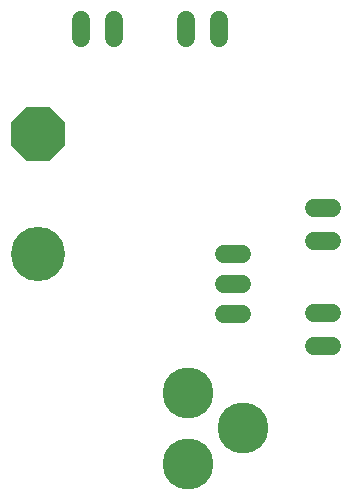
<source format=gbl>
G75*
G70*
%OFA0B0*%
%FSLAX24Y24*%
%IPPOS*%
%LPD*%
%AMOC8*
5,1,8,0,0,1.08239X$1,22.5*
%
%ADD10C,0.1700*%
%ADD11C,0.0600*%
%ADD12C,0.1810*%
%ADD13OC8,0.1810*%
D10*
X009130Y003531D03*
X009130Y005894D03*
X010980Y004713D03*
D11*
X013330Y007450D02*
X013930Y007450D01*
X013930Y008550D02*
X013330Y008550D01*
X013330Y010950D02*
X013930Y010950D01*
X013930Y012050D02*
X013330Y012050D01*
X010930Y010500D02*
X010330Y010500D01*
X010330Y009500D02*
X010930Y009500D01*
X010930Y008500D02*
X010330Y008500D01*
X010180Y017700D02*
X010180Y018300D01*
X009080Y018300D02*
X009080Y017700D01*
X006680Y017700D02*
X006680Y018300D01*
X005580Y018300D02*
X005580Y017700D01*
D12*
X004130Y010500D03*
D13*
X004130Y014500D03*
M02*

</source>
